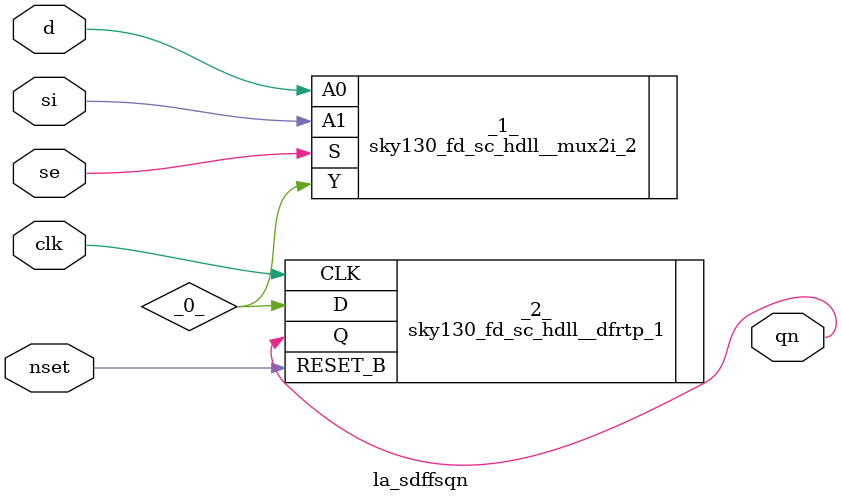
<source format=v>

/* Generated by Yosys 0.44 (git sha1 80ba43d26, g++ 11.4.0-1ubuntu1~22.04 -fPIC -O3) */

(* top =  1  *)
(* src = "inputs/la_sdffsqn.v:11.1-26.10" *)
module la_sdffsqn (
    d,
    si,
    se,
    clk,
    nset,
    qn
);
  (* src = "inputs/la_sdffsqn.v:22.3-24.30" *)
  wire _0_;
  (* src = "inputs/la_sdffsqn.v:17.16-17.19" *)
  input clk;
  wire clk;
  (* src = "inputs/la_sdffsqn.v:14.16-14.17" *)
  input d;
  wire d;
  (* src = "inputs/la_sdffsqn.v:18.16-18.20" *)
  input nset;
  wire nset;
  (* src = "inputs/la_sdffsqn.v:19.16-19.18" *)
  output qn;
  wire qn;
  (* src = "inputs/la_sdffsqn.v:16.16-16.18" *)
  input se;
  wire se;
  (* src = "inputs/la_sdffsqn.v:15.16-15.18" *)
  input si;
  wire si;
  sky130_fd_sc_hdll__mux2i_2 _1_ (
      .A0(d),
      .A1(si),
      .S (se),
      .Y (_0_)
  );
  (* src = "inputs/la_sdffsqn.v:22.3-24.30" *)
  sky130_fd_sc_hdll__dfrtp_1 _2_ (
      .CLK(clk),
      .D(_0_),
      .Q(qn),
      .RESET_B(nset)
  );
endmodule

</source>
